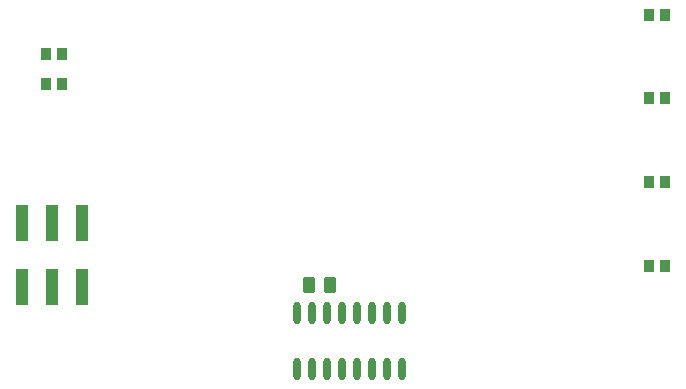
<source format=gtp>
G04 Layer_Color=7318015*
%FSAX24Y24*%
%MOIN*%
G70*
G01*
G75*
%ADD10O,0.0236X0.0748*%
%ADD11R,0.0354X0.0413*%
%ADD12R,0.0394X0.1220*%
G04:AMPARAMS|DCode=13|XSize=40mil|YSize=55mil|CornerRadius=5mil|HoleSize=0mil|Usage=FLASHONLY|Rotation=0.000|XOffset=0mil|YOffset=0mil|HoleType=Round|Shape=RoundedRectangle|*
%AMROUNDEDRECTD13*
21,1,0.0400,0.0450,0,0,0.0*
21,1,0.0300,0.0550,0,0,0.0*
1,1,0.0100,0.0150,-0.0225*
1,1,0.0100,-0.0150,-0.0225*
1,1,0.0100,-0.0150,0.0225*
1,1,0.0100,0.0150,0.0225*
%
%ADD13ROUNDEDRECTD13*%
D10*
X031700Y026625D02*
D03*
X031200D02*
D03*
X030700D02*
D03*
X030200D02*
D03*
X029700D02*
D03*
X029200D02*
D03*
X028700D02*
D03*
X028200D02*
D03*
X031700Y024775D02*
D03*
X031200D02*
D03*
X030700D02*
D03*
X030200D02*
D03*
X029700D02*
D03*
X029200D02*
D03*
X028700D02*
D03*
X028200D02*
D03*
D11*
X019834Y034250D02*
D03*
X020366D02*
D03*
X019834Y035250D02*
D03*
X020366D02*
D03*
X040466Y028200D02*
D03*
X039934D02*
D03*
X040466Y031000D02*
D03*
X039934D02*
D03*
X040466Y033800D02*
D03*
X039934D02*
D03*
X040466Y036550D02*
D03*
X039934D02*
D03*
D12*
X019050Y029613D02*
D03*
X020050D02*
D03*
X021050D02*
D03*
Y027487D02*
D03*
X020050D02*
D03*
X019050D02*
D03*
D13*
X028600Y027550D02*
D03*
X029300D02*
D03*
M02*

</source>
